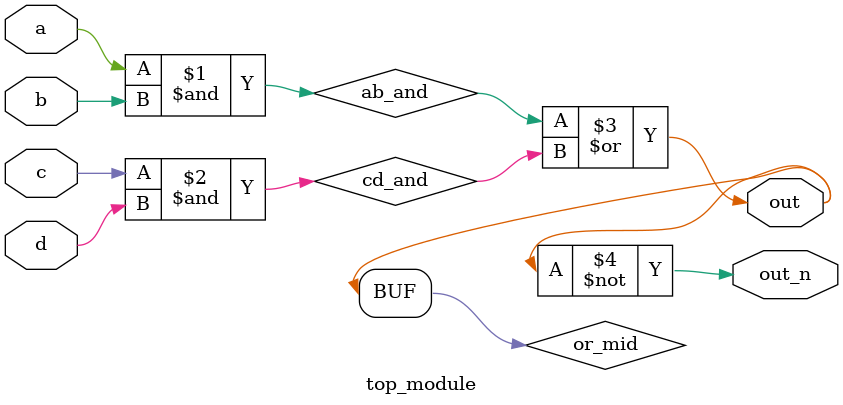
<source format=v>
`default_nettype none
module top_module(
    input a,
    input b,
    input c,
    input d,
    output out,
    output out_n   ); 
    
	wire ab_and;
    assign ab_and = a & b;
    
    wire cd_and;
    assign cd_and = c & d;
    
    wire or_mid;
    assign or_mid = ab_and | cd_and;
    
    assign out = or_mid;
    assign out_n = ~out;
endmodule

</source>
